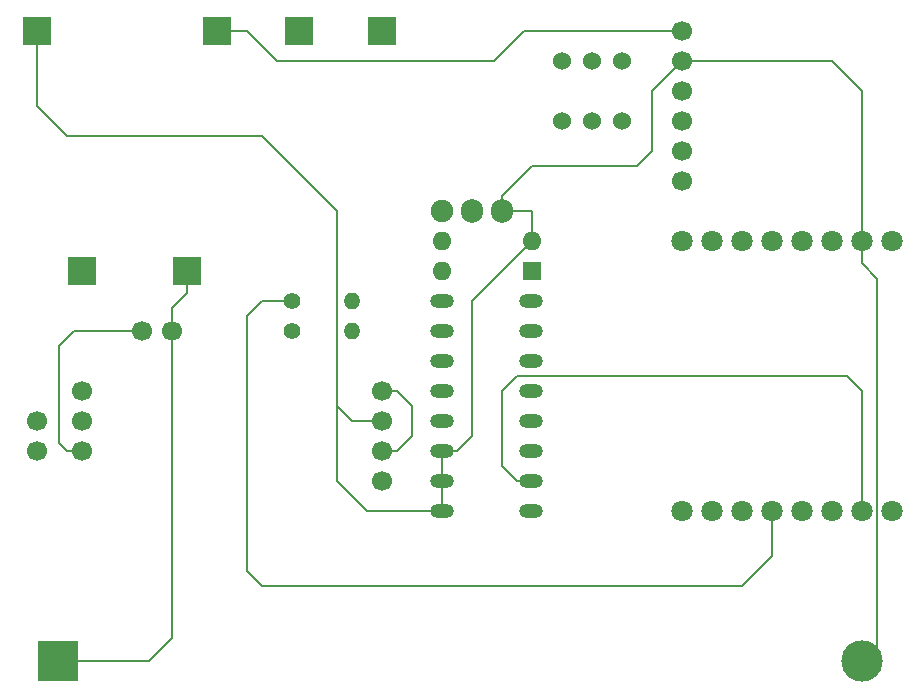
<source format=gtl>
G04 #@! TF.GenerationSoftware,KiCad,Pcbnew,(5.0.2)-1*
G04 #@! TF.CreationDate,2019-04-15T07:55:58+02:00*
G04 #@! TF.ProjectId,irrigation_5Vvalve_4N25_CD74HC4052E_PCB v5.1,69727269-6761-4746-996f-6e5f35567661,rev?*
G04 #@! TF.SameCoordinates,Original*
G04 #@! TF.FileFunction,Copper,L1,Top*
G04 #@! TF.FilePolarity,Positive*
%FSLAX46Y46*%
G04 Gerber Fmt 4.6, Leading zero omitted, Abs format (unit mm)*
G04 Created by KiCad (PCBNEW (5.0.2)-1) date 15-04-2019 07:55:58*
%MOMM*%
%LPD*%
G01*
G04 APERTURE LIST*
G04 #@! TA.AperFunction,ComponentPad*
%ADD10C,3.500000*%
G04 #@! TD*
G04 #@! TA.AperFunction,ComponentPad*
%ADD11R,3.500000X3.500000*%
G04 #@! TD*
G04 #@! TA.AperFunction,ComponentPad*
%ADD12C,1.524000*%
G04 #@! TD*
G04 #@! TA.AperFunction,ComponentPad*
%ADD13O,2.000000X1.200000*%
G04 #@! TD*
G04 #@! TA.AperFunction,ComponentPad*
%ADD14C,1.700000*%
G04 #@! TD*
G04 #@! TA.AperFunction,ComponentPad*
%ADD15C,1.800000*%
G04 #@! TD*
G04 #@! TA.AperFunction,ComponentPad*
%ADD16R,1.600000X1.600000*%
G04 #@! TD*
G04 #@! TA.AperFunction,ComponentPad*
%ADD17O,1.600000X1.600000*%
G04 #@! TD*
G04 #@! TA.AperFunction,ComponentPad*
%ADD18O,1.400000X1.400000*%
G04 #@! TD*
G04 #@! TA.AperFunction,ComponentPad*
%ADD19C,1.400000*%
G04 #@! TD*
G04 #@! TA.AperFunction,ComponentPad*
%ADD20R,2.460000X2.460000*%
G04 #@! TD*
G04 #@! TA.AperFunction,ComponentPad*
%ADD21C,1.905000*%
G04 #@! TD*
G04 #@! TA.AperFunction,ComponentPad*
%ADD22O,1.905000X2.000000*%
G04 #@! TD*
G04 #@! TA.AperFunction,Conductor*
%ADD23C,0.200000*%
G04 #@! TD*
G04 APERTURE END LIST*
D10*
G04 #@! TO.P,bat_18650,2*
G04 #@! TO.N,GND*
X96520000Y-76200000D03*
D11*
G04 #@! TO.P,bat_18650,1*
G04 #@! TO.N,Net-(J4-Pad2)*
X28500000Y-76200000D03*
G04 #@! TD*
D12*
G04 #@! TO.P,SW2,1*
G04 #@! TO.N,Net-(SW2-Pad1)*
X76200000Y-25400000D03*
G04 #@! TO.P,SW2,2*
G04 #@! TO.N,Net-(SW2-Pad2)*
X73660000Y-25400000D03*
G04 #@! TO.P,SW2,NA*
G04 #@! TO.N,N/C*
X73660000Y-30480000D03*
X76200000Y-30480000D03*
X71120000Y-30480000D03*
G04 #@! TO.P,SW2,3*
X71120000Y-25400000D03*
G04 #@! TD*
D13*
G04 #@! TO.P,U5,8*
G04 #@! TO.N,GND*
X61010000Y-63500000D03*
G04 #@! TO.P,U5,9*
G04 #@! TO.N,Net-(U2-Pad14)*
X68530000Y-63500000D03*
G04 #@! TO.P,U5,7*
G04 #@! TO.N,GND*
X61010000Y-60960000D03*
G04 #@! TO.P,U5,10*
G04 #@! TO.N,Net-(U2-Pad15)*
X68530000Y-60960000D03*
G04 #@! TO.P,U5,6*
G04 #@! TO.N,GND*
X61010000Y-58420000D03*
G04 #@! TO.P,U5,11*
G04 #@! TO.N,N/C*
X68530000Y-58420000D03*
G04 #@! TO.P,U5,5*
X61010000Y-55880000D03*
G04 #@! TO.P,U5,12*
G04 #@! TO.N,Net-(SS1-PadA0)*
X68530000Y-55880000D03*
G04 #@! TO.P,U5,4*
G04 #@! TO.N,N/C*
X61010000Y-53340000D03*
G04 #@! TO.P,U5,13*
G04 #@! TO.N,Net-(U2-Pad10)*
X68530000Y-53340000D03*
G04 #@! TO.P,U5,3*
G04 #@! TO.N,N/C*
X61010000Y-50800000D03*
G04 #@! TO.P,U5,14*
G04 #@! TO.N,Net-(R1-Pad2)*
X68530000Y-50800000D03*
G04 #@! TO.P,U5,2*
G04 #@! TO.N,N/C*
X61010000Y-48260000D03*
G04 #@! TO.P,U5,15*
G04 #@! TO.N,Net-(J5-Pad3)*
X68530000Y-48260000D03*
G04 #@! TO.P,U5,1*
G04 #@! TO.N,N/C*
X61010000Y-45720000D03*
G04 #@! TO.P,U5,16*
G04 #@! TO.N,Net-(J5-Pad2)*
X68530000Y-45720000D03*
G04 #@! TD*
D14*
G04 #@! TO.P,J1,1*
G04 #@! TO.N,GND*
X81280000Y-25400000D03*
G04 #@! TO.P,J1,2*
G04 #@! TO.N,Net-(J1-Pad2)*
X81280000Y-22860000D03*
G04 #@! TD*
D15*
G04 #@! TO.P,U2,8*
G04 #@! TO.N,N/C*
X81280000Y-40640000D03*
G04 #@! TO.P,U2,7*
X83820000Y-40640000D03*
G04 #@! TO.P,U2,6*
G04 #@! TO.N,Net-(Opto1-Pad1)*
X86360000Y-40640000D03*
G04 #@! TO.P,U2,5*
G04 #@! TO.N,N/C*
X88900000Y-40640000D03*
G04 #@! TO.P,U2,4*
X91440000Y-40640000D03*
G04 #@! TO.P,U2,3*
X93980000Y-40640000D03*
G04 #@! TO.P,U2,2*
G04 #@! TO.N,GND*
X96520000Y-40640000D03*
G04 #@! TO.P,U2,1*
G04 #@! TO.N,Net-(J3-Pad2)*
X99060000Y-40640000D03*
G04 #@! TO.P,U2,16*
G04 #@! TO.N,N/C*
X99060000Y-63500000D03*
G04 #@! TO.P,U2,15*
G04 #@! TO.N,Net-(U2-Pad15)*
X96520000Y-63500000D03*
G04 #@! TO.P,U2,14*
G04 #@! TO.N,Net-(U2-Pad14)*
X93980000Y-63500000D03*
G04 #@! TO.P,U2,13*
G04 #@! TO.N,N/C*
X91440000Y-63500000D03*
G04 #@! TO.P,U2,12*
G04 #@! TO.N,Net-(R2-Pad1)*
X88900000Y-63500000D03*
G04 #@! TO.P,U2,11*
G04 #@! TO.N,Net-(SW2-Pad1)*
X86360000Y-63500000D03*
G04 #@! TO.P,U2,10*
G04 #@! TO.N,Net-(U2-Pad10)*
X83820000Y-63500000D03*
G04 #@! TO.P,U2,9*
G04 #@! TO.N,Net-(SW2-Pad2)*
X81280000Y-63500000D03*
G04 #@! TD*
D14*
G04 #@! TO.P,J3,2*
G04 #@! TO.N,Net-(J3-Pad2)*
X81280000Y-30480000D03*
G04 #@! TO.P,J3,1*
G04 #@! TO.N,Net-(J3-Pad1)*
X81280000Y-27940000D03*
G04 #@! TD*
D16*
G04 #@! TO.P,Opto1,1*
G04 #@! TO.N,Net-(Opto1-Pad1)*
X68580000Y-43180000D03*
D17*
G04 #@! TO.P,Opto1,3*
G04 #@! TO.N,Net-(J5-Pad2)*
X60960000Y-40640000D03*
G04 #@! TO.P,Opto1,2*
G04 #@! TO.N,GND*
X68580000Y-40640000D03*
G04 #@! TO.P,Opto1,4*
G04 #@! TO.N,Net-(J3-Pad2)*
X60960000Y-43180000D03*
G04 #@! TD*
D18*
G04 #@! TO.P,R1,2*
G04 #@! TO.N,Net-(R1-Pad2)*
X53340000Y-48260000D03*
D19*
G04 #@! TO.P,R1,1*
G04 #@! TO.N,Net-(J4-Pad2)*
X48260000Y-48260000D03*
G04 #@! TD*
G04 #@! TO.P,R2,1*
G04 #@! TO.N,Net-(R2-Pad1)*
X48260000Y-45720000D03*
D18*
G04 #@! TO.P,R2,2*
G04 #@! TO.N,Net-(Q1-Pad1)*
X53340000Y-45720000D03*
G04 #@! TD*
D14*
G04 #@! TO.P,SS1,A0*
G04 #@! TO.N,Net-(SS1-PadA0)*
X55880000Y-60960000D03*
G04 #@! TO.P,SS1,D0*
G04 #@! TO.N,Net-(J5-Pad2)*
X55880000Y-58420000D03*
G04 #@! TO.P,SS1,GND*
G04 #@! TO.N,GND*
X55880000Y-55880000D03*
G04 #@! TO.P,SS1,VCC*
G04 #@! TO.N,Net-(J5-Pad2)*
X55880000Y-53340000D03*
G04 #@! TO.P,SS1,-*
G04 #@! TO.N,N/C*
X26670000Y-58420000D03*
G04 #@! TO.P,SS1,+*
X26670000Y-55880000D03*
G04 #@! TD*
G04 #@! TO.P,SW1,1*
G04 #@! TO.N,Net-(SW1-Pad1)*
X81280000Y-35560000D03*
G04 #@! TO.P,SW1,2*
G04 #@! TO.N,Net-(J3-Pad2)*
X81280000Y-33020000D03*
G04 #@! TD*
G04 #@! TO.P,J4,1*
G04 #@! TO.N,GND*
X35560000Y-48260000D03*
G04 #@! TO.P,J4,2*
G04 #@! TO.N,Net-(J4-Pad2)*
X38100000Y-48260000D03*
G04 #@! TD*
G04 #@! TO.P,J5,1*
G04 #@! TO.N,GND*
X30480000Y-58420000D03*
G04 #@! TO.P,J5,2*
G04 #@! TO.N,Net-(J5-Pad2)*
X30480000Y-55880000D03*
G04 #@! TO.P,J5,3*
G04 #@! TO.N,Net-(J5-Pad3)*
X30480000Y-53380000D03*
G04 #@! TD*
D20*
G04 #@! TO.P,U4,6*
G04 #@! TO.N,GND*
X26670000Y-22860000D03*
G04 #@! TO.P,U4,5*
G04 #@! TO.N,Net-(J1-Pad2)*
X41910000Y-22860000D03*
G04 #@! TO.P,U4,4*
G04 #@! TO.N,Net-(SW1-Pad1)*
X55880000Y-22860000D03*
G04 #@! TO.P,U4,3*
G04 #@! TO.N,Net-(J4-Pad2)*
X39370000Y-43180000D03*
G04 #@! TO.P,U4,1*
G04 #@! TO.N,N/C*
X48895000Y-22860000D03*
G04 #@! TO.P,U4,2*
X30480000Y-43180000D03*
G04 #@! TD*
D21*
G04 #@! TO.P,Q1,1*
G04 #@! TO.N,Net-(Q1-Pad1)*
X60960000Y-38100000D03*
D22*
G04 #@! TO.P,Q1,2*
G04 #@! TO.N,Net-(J3-Pad1)*
X63500000Y-38100000D03*
G04 #@! TO.P,Q1,3*
G04 #@! TO.N,GND*
X66040000Y-38100000D03*
G04 #@! TD*
D23*
G04 #@! TO.N,GND*
X26670000Y-22860000D02*
X26670000Y-24290000D01*
X61010000Y-63500000D02*
X61010000Y-61010000D01*
X61010000Y-60960000D02*
X61010000Y-58420000D01*
X61010000Y-63500000D02*
X61410000Y-63500000D01*
X63500000Y-45720000D02*
X67310000Y-41910000D01*
X68580000Y-38100000D02*
X66040000Y-38100000D01*
X68580000Y-40640000D02*
X68580000Y-38100000D01*
X67310000Y-41910000D02*
X68580000Y-40640000D01*
X52070000Y-41910000D02*
X52070000Y-38100000D01*
X52070000Y-38100000D02*
X45720000Y-31750000D01*
X45720000Y-31750000D02*
X29210000Y-31750000D01*
X29210000Y-31750000D02*
X26670000Y-29210000D01*
X26670000Y-29210000D02*
X26670000Y-22860000D01*
X80010000Y-26670000D02*
X81280000Y-25400000D01*
X78740000Y-27940000D02*
X80010000Y-26670000D01*
X78740000Y-33020000D02*
X78740000Y-27940000D01*
X66040000Y-38100000D02*
X66040000Y-36830000D01*
X66040000Y-36830000D02*
X68580000Y-34290000D01*
X68580000Y-34290000D02*
X77470000Y-34290000D01*
X77470000Y-34290000D02*
X78740000Y-33020000D01*
X93980000Y-25400000D02*
X96520000Y-27940000D01*
X81280000Y-25400000D02*
X93980000Y-25400000D01*
X96520000Y-27940000D02*
X96520000Y-40640000D01*
X52070000Y-60960000D02*
X52070000Y-55880000D01*
X60960000Y-63500000D02*
X54610000Y-63500000D01*
X54610000Y-63500000D02*
X52070000Y-60960000D01*
X52070000Y-54610000D02*
X53340000Y-55880000D01*
X55880000Y-55880000D02*
X53340000Y-55880000D01*
X52070000Y-54610000D02*
X52070000Y-41910000D01*
X52070000Y-55880000D02*
X52070000Y-54610000D01*
X62230000Y-58420000D02*
X63500000Y-57150000D01*
X63500000Y-57150000D02*
X63500000Y-45720000D01*
X61410000Y-58420000D02*
X62230000Y-58420000D01*
X31115000Y-48260000D02*
X35560000Y-48260000D01*
X29845000Y-48260000D02*
X31115000Y-48260000D01*
X28575000Y-49530000D02*
X29845000Y-48260000D01*
X28575000Y-57785000D02*
X28575000Y-49530000D01*
X30480000Y-58420000D02*
X29210000Y-58420000D01*
X29210000Y-58420000D02*
X28575000Y-57785000D01*
X96520000Y-42545000D02*
X96520000Y-40640000D01*
X97859999Y-43884999D02*
X96520000Y-42545000D01*
X97790000Y-66040000D02*
X97859999Y-43884999D01*
X97790000Y-66040000D02*
X97790000Y-73660000D01*
X97790000Y-73660000D02*
X97790000Y-74930000D01*
X97790000Y-74930000D02*
X96520000Y-76200000D01*
G04 #@! TO.N,Net-(J1-Pad2)*
X81280000Y-22860000D02*
X67945000Y-22860000D01*
X67945000Y-22860000D02*
X65405000Y-25400000D01*
X65405000Y-25400000D02*
X46990000Y-25400000D01*
X46990000Y-25400000D02*
X44450000Y-22860000D01*
X44450000Y-22860000D02*
X41910000Y-22860000D01*
G04 #@! TO.N,Net-(R2-Pad1)*
X88900000Y-67310000D02*
X88900000Y-63500000D01*
X86360000Y-69850000D02*
X88900000Y-67310000D01*
X44450000Y-46990000D02*
X45720000Y-45720000D01*
X45720000Y-45720000D02*
X48260000Y-45720000D01*
X44450000Y-68580000D02*
X45720000Y-69850000D01*
X45720000Y-69850000D02*
X86360000Y-69850000D01*
X44450000Y-46990000D02*
X44450000Y-68580000D01*
G04 #@! TO.N,Net-(U2-Pad15)*
X96520000Y-60960000D02*
X96520000Y-63500000D01*
X68530000Y-60960000D02*
X67310000Y-60960000D01*
X67310000Y-60960000D02*
X66040000Y-59690000D01*
X66040000Y-59690000D02*
X66040000Y-53340000D01*
X66040000Y-53340000D02*
X67310000Y-52070000D01*
X67310000Y-52070000D02*
X95250000Y-52070000D01*
X95250000Y-52070000D02*
X96520000Y-53340000D01*
X96520000Y-53340000D02*
X96520000Y-63500000D01*
G04 #@! TO.N,Net-(J4-Pad2)*
X38100000Y-48260000D02*
X38100000Y-74295000D01*
X38100000Y-74295000D02*
X36195000Y-76200000D01*
X36195000Y-76200000D02*
X28575000Y-76200000D01*
X38100000Y-48260000D02*
X38100000Y-46355000D01*
X38100000Y-46355000D02*
X39370000Y-45085000D01*
X39370000Y-45085000D02*
X39370000Y-43180000D01*
G04 #@! TO.N,Net-(J5-Pad2)*
X55880000Y-53340000D02*
X57150000Y-53340000D01*
X57150000Y-53340000D02*
X58420000Y-54610000D01*
X58420000Y-54610000D02*
X58420000Y-57150000D01*
X58420000Y-57150000D02*
X57150000Y-58420000D01*
X57150000Y-58420000D02*
X57030001Y-58420000D01*
X55880000Y-58420000D02*
X57150000Y-58420000D01*
G04 #@! TD*
M02*

</source>
